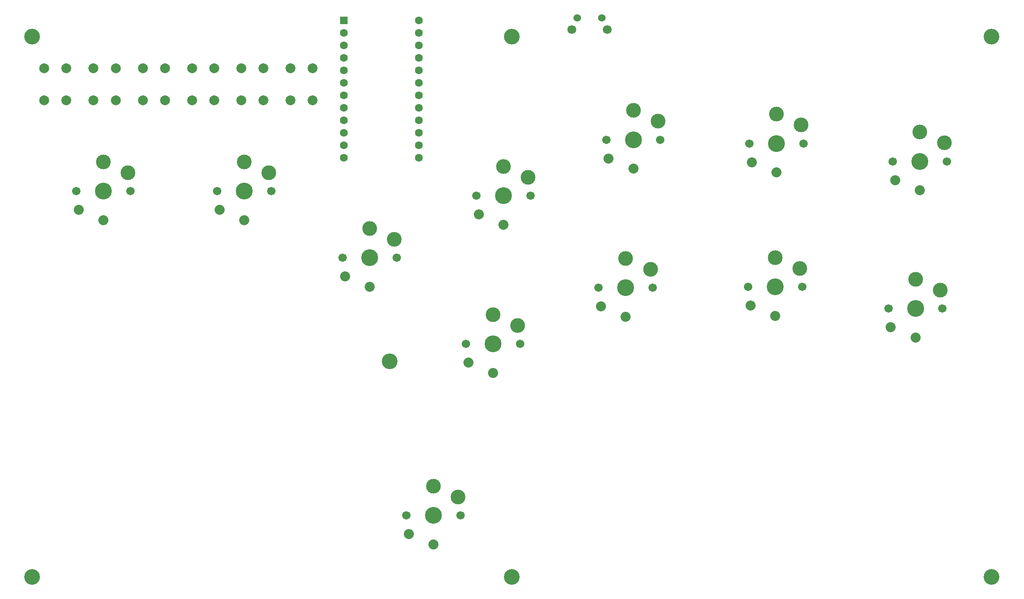
<source format=gts>
G04 #@! TF.GenerationSoftware,KiCad,Pcbnew,(6.0.6)*
G04 #@! TF.CreationDate,2022-07-21T01:25:26+09:00*
G04 #@! TF.ProjectId,Flatbox-rev1_1-kicad,466c6174-626f-4782-9d72-6576315f312d,1.1*
G04 #@! TF.SameCoordinates,Original*
G04 #@! TF.FileFunction,Soldermask,Top*
G04 #@! TF.FilePolarity,Negative*
%FSLAX46Y46*%
G04 Gerber Fmt 4.6, Leading zero omitted, Abs format (unit mm)*
G04 Created by KiCad (PCBNEW (6.0.6)) date 2022-07-21 01:25:26*
%MOMM*%
%LPD*%
G01*
G04 APERTURE LIST*
%ADD10C,3.200000*%
%ADD11C,1.600000*%
%ADD12R,1.600000X1.600000*%
%ADD13C,2.000000*%
%ADD14C,1.701800*%
%ADD15C,3.000000*%
%ADD16C,3.429000*%
%ADD17C,2.032000*%
%ADD18C,1.524000*%
%ADD19C,1.800000*%
G04 APERTURE END LIST*
D10*
X135000000Y-37550000D03*
D11*
X116120000Y-34300000D03*
X116120000Y-36840000D03*
X116120000Y-39380000D03*
X116120000Y-41920000D03*
X116120000Y-44460000D03*
X116120000Y-47000000D03*
X116120000Y-49540000D03*
X116120000Y-52080000D03*
X116120000Y-54620000D03*
X116120000Y-57160000D03*
X116120000Y-59700000D03*
X116120000Y-62240000D03*
X100880000Y-62240000D03*
X100880000Y-59700000D03*
X100880000Y-57160000D03*
X100880000Y-54620000D03*
X100880000Y-52080000D03*
X100880000Y-49540000D03*
X100880000Y-47000000D03*
X100880000Y-44460000D03*
X100880000Y-41920000D03*
X100880000Y-39380000D03*
X100880000Y-36840000D03*
D12*
X100880000Y-34300000D03*
D13*
X70000000Y-50500000D03*
X70000000Y-44000000D03*
X74500000Y-50500000D03*
X74500000Y-44000000D03*
D14*
X165150000Y-58540000D03*
D15*
X159650000Y-52590000D03*
X164650000Y-54790000D03*
D16*
X159650000Y-58540000D03*
D14*
X154150000Y-58540000D03*
D17*
X159650000Y-64440000D03*
X154650000Y-62340000D03*
D10*
X232450000Y-37550000D03*
D13*
X60000000Y-50500000D03*
X60000000Y-44000000D03*
X64500000Y-44000000D03*
X64500000Y-50500000D03*
D14*
X113540000Y-134920000D03*
X124540000Y-134920000D03*
D15*
X119040000Y-128970000D03*
D16*
X119040000Y-134920000D03*
D15*
X124040000Y-131170000D03*
D17*
X119040000Y-140820000D03*
X114040000Y-138720000D03*
D15*
X217860000Y-56990000D03*
D14*
X212360000Y-62940000D03*
D15*
X222860000Y-59190000D03*
D14*
X223360000Y-62940000D03*
D16*
X217860000Y-62940000D03*
D17*
X217860000Y-68840000D03*
X212860000Y-66740000D03*
D16*
X131140000Y-100060000D03*
D15*
X136140000Y-96310000D03*
X131140000Y-94110000D03*
D14*
X136640000Y-100060000D03*
X125640000Y-100060000D03*
D17*
X131140000Y-105960000D03*
X126140000Y-103860000D03*
D13*
X50000000Y-50500000D03*
X50000000Y-44000000D03*
X54500000Y-44000000D03*
X54500000Y-50500000D03*
D10*
X110140000Y-103580000D03*
X37550000Y-147450000D03*
D13*
X90000000Y-44000000D03*
X90000000Y-50500000D03*
X94500000Y-44000000D03*
X94500000Y-50500000D03*
D15*
X52000000Y-63050000D03*
D14*
X57500000Y-69000000D03*
D16*
X52000000Y-69000000D03*
D15*
X57000000Y-65250000D03*
D14*
X46500000Y-69000000D03*
D17*
X52000000Y-74900000D03*
X47000000Y-72800000D03*
D16*
X106070000Y-82540000D03*
D15*
X111070000Y-78790000D03*
D14*
X111570000Y-82540000D03*
X100570000Y-82540000D03*
D15*
X106070000Y-76590000D03*
D17*
X106070000Y-88440000D03*
X101070000Y-86340000D03*
D14*
X193990000Y-88460000D03*
X182990000Y-88460000D03*
D15*
X193490000Y-84710000D03*
X188490000Y-82510000D03*
D16*
X188490000Y-88460000D03*
D17*
X188490000Y-94360000D03*
X183490000Y-92260000D03*
D13*
X40000000Y-44000000D03*
X40000000Y-50500000D03*
X44500000Y-50500000D03*
X44500000Y-44000000D03*
D10*
X232450000Y-147450000D03*
D15*
X80620000Y-63050000D03*
D16*
X80620000Y-69000000D03*
D15*
X85620000Y-65250000D03*
D14*
X86120000Y-69000000D03*
X75120000Y-69000000D03*
D17*
X80620000Y-74900000D03*
X75620000Y-72800000D03*
D10*
X37550000Y-37550000D03*
D15*
X221970000Y-89140000D03*
D14*
X211470000Y-92890000D03*
D15*
X216970000Y-86940000D03*
D14*
X222470000Y-92890000D03*
D16*
X216970000Y-92890000D03*
D17*
X216970000Y-98790000D03*
X211970000Y-96690000D03*
D10*
X135000000Y-147450000D03*
D13*
X80000000Y-50500000D03*
X80000000Y-44000000D03*
X84500000Y-50500000D03*
X84500000Y-44000000D03*
D16*
X158120000Y-88620000D03*
D14*
X163620000Y-88620000D03*
D15*
X163120000Y-84870000D03*
D14*
X152620000Y-88620000D03*
D15*
X158120000Y-82670000D03*
D17*
X158120000Y-94520000D03*
X153120000Y-92420000D03*
D18*
X148250000Y-33750000D03*
X153250000Y-33750000D03*
D19*
X147150000Y-36150000D03*
X154350000Y-36150000D03*
D14*
X138800000Y-69950000D03*
X127800000Y-69950000D03*
D16*
X133300000Y-69950000D03*
D15*
X133300000Y-64000000D03*
X138300000Y-66200000D03*
D17*
X133300000Y-75850000D03*
X128300000Y-73750000D03*
D16*
X188750000Y-59300000D03*
D15*
X188750000Y-53350000D03*
X193750000Y-55550000D03*
D14*
X194250000Y-59300000D03*
X183250000Y-59300000D03*
D17*
X188750000Y-65200000D03*
X183750000Y-63100000D03*
M02*

</source>
